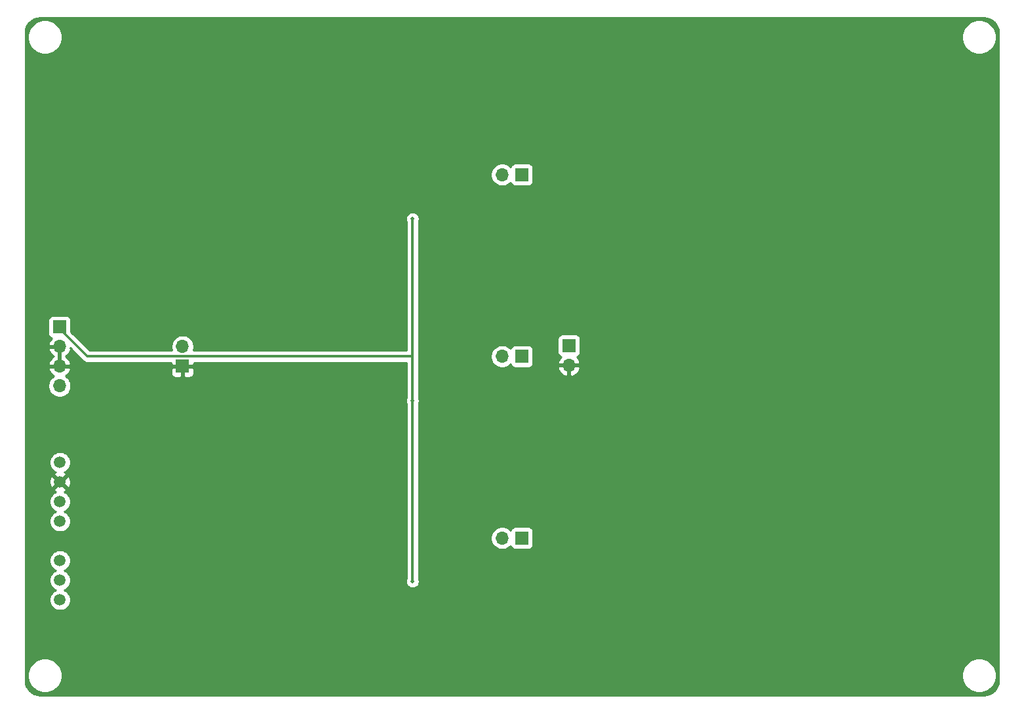
<source format=gbr>
%TF.GenerationSoftware,KiCad,Pcbnew,(5.1.7)-1*%
%TF.CreationDate,2021-04-26T16:00:27-05:00*%
%TF.ProjectId,PID Demo Board,50494420-4465-46d6-9f20-426f6172642e,1.0*%
%TF.SameCoordinates,Original*%
%TF.FileFunction,Copper,L2,Bot*%
%TF.FilePolarity,Positive*%
%FSLAX46Y46*%
G04 Gerber Fmt 4.6, Leading zero omitted, Abs format (unit mm)*
G04 Created by KiCad (PCBNEW (5.1.7)-1) date 2021-04-26 16:00:27*
%MOMM*%
%LPD*%
G01*
G04 APERTURE LIST*
%TA.AperFunction,ComponentPad*%
%ADD10R,1.700000X1.700000*%
%TD*%
%TA.AperFunction,ComponentPad*%
%ADD11O,1.700000X1.700000*%
%TD*%
%TA.AperFunction,ComponentPad*%
%ADD12C,1.509000*%
%TD*%
%TA.AperFunction,ViaPad*%
%ADD13C,0.508000*%
%TD*%
%TA.AperFunction,Conductor*%
%ADD14C,0.304800*%
%TD*%
%TA.AperFunction,Conductor*%
%ADD15C,0.254000*%
%TD*%
%TA.AperFunction,Conductor*%
%ADD16C,0.100000*%
%TD*%
G04 APERTURE END LIST*
D10*
%TO.P,J1,1*%
%TO.N,-5V*%
X81280000Y-116840000D03*
D11*
%TO.P,J1,2*%
%TO.N,GND*%
X81280000Y-119380000D03*
%TO.P,J1,3*%
X81280000Y-121920000D03*
%TO.P,J1,4*%
%TO.N,+5V*%
X81280000Y-124460000D03*
%TD*%
%TO.P,J2,2*%
%TO.N,Net-(J2-Pad2)*%
X97155000Y-119380000D03*
D10*
%TO.P,J2,1*%
%TO.N,GND*%
X97155000Y-121920000D03*
%TD*%
%TO.P,J3,1*%
%TO.N,Net-(J3-Pad1)*%
X140970000Y-144145000D03*
D11*
%TO.P,J3,2*%
%TO.N,Net-(C14-Pad1)*%
X138430000Y-144145000D03*
%TD*%
%TO.P,J4,2*%
%TO.N,Net-(C15-Pad1)*%
X138430000Y-120650000D03*
D10*
%TO.P,J4,1*%
%TO.N,Net-(J3-Pad1)*%
X140970000Y-120650000D03*
%TD*%
%TO.P,J5,1*%
%TO.N,Net-(J3-Pad1)*%
X140970000Y-97155000D03*
D11*
%TO.P,J5,2*%
%TO.N,Net-(J5-Pad2)*%
X138430000Y-97155000D03*
%TD*%
D10*
%TO.P,J6,1*%
%TO.N,Net-(J3-Pad1)*%
X147066000Y-119253000D03*
D11*
%TO.P,J6,2*%
%TO.N,GND*%
X147066000Y-121793000D03*
%TD*%
D12*
%TO.P,U4,8*%
%TO.N,-5V*%
X81330000Y-134340000D03*
%TO.P,U4,7*%
%TO.N,GND*%
X81330000Y-136880000D03*
%TO.P,U4,6*%
%TO.N,+5V*%
X81330000Y-139420000D03*
%TO.P,U4,5*%
%TO.N,N/C*%
X81330000Y-141960000D03*
%TO.P,U4,3*%
X81330000Y-147040000D03*
%TO.P,U4,2*%
%TO.N,Net-(CON1-Pad1)*%
X81330000Y-149580000D03*
%TO.P,U4,1*%
%TO.N,Net-(CON1-Pad2)*%
X81330000Y-152120000D03*
%TD*%
D13*
%TO.N,GND*%
X128397000Y-91694000D03*
X128397000Y-102870000D03*
X128397000Y-126365000D03*
X128397000Y-114935000D03*
X128397000Y-138684000D03*
X128397000Y-149733000D03*
X114300000Y-94996000D03*
X122555000Y-125349000D03*
X122555000Y-148844000D03*
X88392000Y-85725000D03*
%TO.N,-5V*%
X126873000Y-102870000D03*
X126873000Y-126365000D03*
X126873000Y-149733000D03*
%TD*%
D14*
%TO.N,-5V*%
X84836000Y-120650000D02*
X126746000Y-120650000D01*
X81280000Y-117094000D02*
X84836000Y-120650000D01*
X81280000Y-116840000D02*
X81280000Y-117094000D01*
X126746000Y-120650000D02*
X126873000Y-120650000D01*
X126873000Y-120650000D02*
X126873000Y-102870000D01*
X126873000Y-120650000D02*
X126873000Y-126365000D01*
X126873000Y-126365000D02*
X126873000Y-149733000D01*
%TD*%
D15*
%TO.N,GND*%
X201024545Y-76898909D02*
X201375208Y-77004780D01*
X201698625Y-77176744D01*
X201982484Y-77408254D01*
X202215965Y-77690486D01*
X202390183Y-78012695D01*
X202498502Y-78362614D01*
X202540001Y-78757452D01*
X202540000Y-162527721D01*
X202501091Y-162924545D01*
X202395220Y-163275206D01*
X202223257Y-163598623D01*
X201991748Y-163882482D01*
X201709514Y-164115965D01*
X201387304Y-164290184D01*
X201037385Y-164398502D01*
X200642557Y-164440000D01*
X78772279Y-164440000D01*
X78375455Y-164401091D01*
X78024794Y-164295220D01*
X77701377Y-164123257D01*
X77417518Y-163891748D01*
X77184035Y-163609514D01*
X77009816Y-163287304D01*
X76901498Y-162937385D01*
X76860000Y-162542557D01*
X76860000Y-161704872D01*
X77140000Y-161704872D01*
X77140000Y-162145128D01*
X77225890Y-162576925D01*
X77394369Y-162983669D01*
X77638962Y-163349729D01*
X77950271Y-163661038D01*
X78316331Y-163905631D01*
X78723075Y-164074110D01*
X79154872Y-164160000D01*
X79595128Y-164160000D01*
X80026925Y-164074110D01*
X80433669Y-163905631D01*
X80799729Y-163661038D01*
X81111038Y-163349729D01*
X81355631Y-162983669D01*
X81524110Y-162576925D01*
X81610000Y-162145128D01*
X81610000Y-161704872D01*
X197790000Y-161704872D01*
X197790000Y-162145128D01*
X197875890Y-162576925D01*
X198044369Y-162983669D01*
X198288962Y-163349729D01*
X198600271Y-163661038D01*
X198966331Y-163905631D01*
X199373075Y-164074110D01*
X199804872Y-164160000D01*
X200245128Y-164160000D01*
X200676925Y-164074110D01*
X201083669Y-163905631D01*
X201449729Y-163661038D01*
X201761038Y-163349729D01*
X202005631Y-162983669D01*
X202174110Y-162576925D01*
X202260000Y-162145128D01*
X202260000Y-161704872D01*
X202174110Y-161273075D01*
X202005631Y-160866331D01*
X201761038Y-160500271D01*
X201449729Y-160188962D01*
X201083669Y-159944369D01*
X200676925Y-159775890D01*
X200245128Y-159690000D01*
X199804872Y-159690000D01*
X199373075Y-159775890D01*
X198966331Y-159944369D01*
X198600271Y-160188962D01*
X198288962Y-160500271D01*
X198044369Y-160866331D01*
X197875890Y-161273075D01*
X197790000Y-161704872D01*
X81610000Y-161704872D01*
X81524110Y-161273075D01*
X81355631Y-160866331D01*
X81111038Y-160500271D01*
X80799729Y-160188962D01*
X80433669Y-159944369D01*
X80026925Y-159775890D01*
X79595128Y-159690000D01*
X79154872Y-159690000D01*
X78723075Y-159775890D01*
X78316331Y-159944369D01*
X77950271Y-160188962D01*
X77638962Y-160500271D01*
X77394369Y-160866331D01*
X77225890Y-161273075D01*
X77140000Y-161704872D01*
X76860000Y-161704872D01*
X76860000Y-146903146D01*
X79940500Y-146903146D01*
X79940500Y-147176854D01*
X79993898Y-147445302D01*
X80098641Y-147698175D01*
X80250705Y-147925754D01*
X80444246Y-148119295D01*
X80671825Y-148271359D01*
X80765113Y-148310000D01*
X80671825Y-148348641D01*
X80444246Y-148500705D01*
X80250705Y-148694246D01*
X80098641Y-148921825D01*
X79993898Y-149174698D01*
X79940500Y-149443146D01*
X79940500Y-149716854D01*
X79993898Y-149985302D01*
X80098641Y-150238175D01*
X80250705Y-150465754D01*
X80444246Y-150659295D01*
X80671825Y-150811359D01*
X80765113Y-150850000D01*
X80671825Y-150888641D01*
X80444246Y-151040705D01*
X80250705Y-151234246D01*
X80098641Y-151461825D01*
X79993898Y-151714698D01*
X79940500Y-151983146D01*
X79940500Y-152256854D01*
X79993898Y-152525302D01*
X80098641Y-152778175D01*
X80250705Y-153005754D01*
X80444246Y-153199295D01*
X80671825Y-153351359D01*
X80924698Y-153456102D01*
X81193146Y-153509500D01*
X81466854Y-153509500D01*
X81735302Y-153456102D01*
X81988175Y-153351359D01*
X82215754Y-153199295D01*
X82409295Y-153005754D01*
X82561359Y-152778175D01*
X82666102Y-152525302D01*
X82719500Y-152256854D01*
X82719500Y-151983146D01*
X82666102Y-151714698D01*
X82561359Y-151461825D01*
X82409295Y-151234246D01*
X82215754Y-151040705D01*
X81988175Y-150888641D01*
X81894887Y-150850000D01*
X81988175Y-150811359D01*
X82215754Y-150659295D01*
X82409295Y-150465754D01*
X82561359Y-150238175D01*
X82666102Y-149985302D01*
X82719500Y-149716854D01*
X82719500Y-149443146D01*
X82666102Y-149174698D01*
X82561359Y-148921825D01*
X82409295Y-148694246D01*
X82215754Y-148500705D01*
X81988175Y-148348641D01*
X81894887Y-148310000D01*
X81988175Y-148271359D01*
X82215754Y-148119295D01*
X82409295Y-147925754D01*
X82561359Y-147698175D01*
X82666102Y-147445302D01*
X82719500Y-147176854D01*
X82719500Y-146903146D01*
X82666102Y-146634698D01*
X82561359Y-146381825D01*
X82409295Y-146154246D01*
X82215754Y-145960705D01*
X81988175Y-145808641D01*
X81735302Y-145703898D01*
X81466854Y-145650500D01*
X81193146Y-145650500D01*
X80924698Y-145703898D01*
X80671825Y-145808641D01*
X80444246Y-145960705D01*
X80250705Y-146154246D01*
X80098641Y-146381825D01*
X79993898Y-146634698D01*
X79940500Y-146903146D01*
X76860000Y-146903146D01*
X76860000Y-139283146D01*
X79940500Y-139283146D01*
X79940500Y-139556854D01*
X79993898Y-139825302D01*
X80098641Y-140078175D01*
X80250705Y-140305754D01*
X80444246Y-140499295D01*
X80671825Y-140651359D01*
X80765113Y-140690000D01*
X80671825Y-140728641D01*
X80444246Y-140880705D01*
X80250705Y-141074246D01*
X80098641Y-141301825D01*
X79993898Y-141554698D01*
X79940500Y-141823146D01*
X79940500Y-142096854D01*
X79993898Y-142365302D01*
X80098641Y-142618175D01*
X80250705Y-142845754D01*
X80444246Y-143039295D01*
X80671825Y-143191359D01*
X80924698Y-143296102D01*
X81193146Y-143349500D01*
X81466854Y-143349500D01*
X81735302Y-143296102D01*
X81988175Y-143191359D01*
X82215754Y-143039295D01*
X82409295Y-142845754D01*
X82561359Y-142618175D01*
X82666102Y-142365302D01*
X82719500Y-142096854D01*
X82719500Y-141823146D01*
X82666102Y-141554698D01*
X82561359Y-141301825D01*
X82409295Y-141074246D01*
X82215754Y-140880705D01*
X81988175Y-140728641D01*
X81894887Y-140690000D01*
X81988175Y-140651359D01*
X82215754Y-140499295D01*
X82409295Y-140305754D01*
X82561359Y-140078175D01*
X82666102Y-139825302D01*
X82719500Y-139556854D01*
X82719500Y-139283146D01*
X82666102Y-139014698D01*
X82561359Y-138761825D01*
X82409295Y-138534246D01*
X82215754Y-138340705D01*
X81988175Y-138188641D01*
X81899215Y-138151793D01*
X81930404Y-138140537D01*
X82044532Y-138079534D01*
X82110603Y-137840208D01*
X81330000Y-137059605D01*
X80549397Y-137840208D01*
X80615468Y-138079534D01*
X80765326Y-138149912D01*
X80671825Y-138188641D01*
X80444246Y-138340705D01*
X80250705Y-138534246D01*
X80098641Y-138761825D01*
X79993898Y-139014698D01*
X79940500Y-139283146D01*
X76860000Y-139283146D01*
X76860000Y-136952314D01*
X79935651Y-136952314D01*
X79976551Y-137222948D01*
X80069463Y-137480404D01*
X80130466Y-137594532D01*
X80369792Y-137660603D01*
X81150395Y-136880000D01*
X81509605Y-136880000D01*
X82290208Y-137660603D01*
X82529534Y-137594532D01*
X82645883Y-137346785D01*
X82711664Y-137081100D01*
X82724349Y-136807686D01*
X82683449Y-136537052D01*
X82590537Y-136279596D01*
X82529534Y-136165468D01*
X82290208Y-136099397D01*
X81509605Y-136880000D01*
X81150395Y-136880000D01*
X80369792Y-136099397D01*
X80130466Y-136165468D01*
X80014117Y-136413215D01*
X79948336Y-136678900D01*
X79935651Y-136952314D01*
X76860000Y-136952314D01*
X76860000Y-134203146D01*
X79940500Y-134203146D01*
X79940500Y-134476854D01*
X79993898Y-134745302D01*
X80098641Y-134998175D01*
X80250705Y-135225754D01*
X80444246Y-135419295D01*
X80671825Y-135571359D01*
X80760785Y-135608207D01*
X80729596Y-135619463D01*
X80615468Y-135680466D01*
X80549397Y-135919792D01*
X81330000Y-136700395D01*
X82110603Y-135919792D01*
X82044532Y-135680466D01*
X81894674Y-135610088D01*
X81988175Y-135571359D01*
X82215754Y-135419295D01*
X82409295Y-135225754D01*
X82561359Y-134998175D01*
X82666102Y-134745302D01*
X82719500Y-134476854D01*
X82719500Y-134203146D01*
X82666102Y-133934698D01*
X82561359Y-133681825D01*
X82409295Y-133454246D01*
X82215754Y-133260705D01*
X81988175Y-133108641D01*
X81735302Y-133003898D01*
X81466854Y-132950500D01*
X81193146Y-132950500D01*
X80924698Y-133003898D01*
X80671825Y-133108641D01*
X80444246Y-133260705D01*
X80250705Y-133454246D01*
X80098641Y-133681825D01*
X79993898Y-133934698D01*
X79940500Y-134203146D01*
X76860000Y-134203146D01*
X76860000Y-124313740D01*
X79795000Y-124313740D01*
X79795000Y-124606260D01*
X79852068Y-124893158D01*
X79964010Y-125163411D01*
X80126525Y-125406632D01*
X80333368Y-125613475D01*
X80576589Y-125775990D01*
X80846842Y-125887932D01*
X81133740Y-125945000D01*
X81426260Y-125945000D01*
X81713158Y-125887932D01*
X81983411Y-125775990D01*
X82226632Y-125613475D01*
X82433475Y-125406632D01*
X82595990Y-125163411D01*
X82707932Y-124893158D01*
X82765000Y-124606260D01*
X82765000Y-124313740D01*
X82707932Y-124026842D01*
X82595990Y-123756589D01*
X82433475Y-123513368D01*
X82226632Y-123306525D01*
X82044466Y-123184805D01*
X82161355Y-123115178D01*
X82377588Y-122920269D01*
X82489672Y-122770000D01*
X95666928Y-122770000D01*
X95679188Y-122894482D01*
X95715498Y-123014180D01*
X95774463Y-123124494D01*
X95853815Y-123221185D01*
X95950506Y-123300537D01*
X96060820Y-123359502D01*
X96180518Y-123395812D01*
X96305000Y-123408072D01*
X96869250Y-123405000D01*
X97028000Y-123246250D01*
X97028000Y-122047000D01*
X97282000Y-122047000D01*
X97282000Y-123246250D01*
X97440750Y-123405000D01*
X98005000Y-123408072D01*
X98129482Y-123395812D01*
X98249180Y-123359502D01*
X98359494Y-123300537D01*
X98456185Y-123221185D01*
X98535537Y-123124494D01*
X98594502Y-123014180D01*
X98630812Y-122894482D01*
X98643072Y-122770000D01*
X98640000Y-122205750D01*
X98481250Y-122047000D01*
X97282000Y-122047000D01*
X97028000Y-122047000D01*
X95828750Y-122047000D01*
X95670000Y-122205750D01*
X95666928Y-122770000D01*
X82489672Y-122770000D01*
X82551641Y-122686920D01*
X82676825Y-122424099D01*
X82721476Y-122276890D01*
X82600155Y-122047000D01*
X81407000Y-122047000D01*
X81407000Y-122067000D01*
X81153000Y-122067000D01*
X81153000Y-122047000D01*
X79959845Y-122047000D01*
X79838524Y-122276890D01*
X79883175Y-122424099D01*
X80008359Y-122686920D01*
X80182412Y-122920269D01*
X80398645Y-123115178D01*
X80515534Y-123184805D01*
X80333368Y-123306525D01*
X80126525Y-123513368D01*
X79964010Y-123756589D01*
X79852068Y-124026842D01*
X79795000Y-124313740D01*
X76860000Y-124313740D01*
X76860000Y-119736890D01*
X79838524Y-119736890D01*
X79883175Y-119884099D01*
X80008359Y-120146920D01*
X80182412Y-120380269D01*
X80398645Y-120575178D01*
X80524255Y-120650000D01*
X80398645Y-120724822D01*
X80182412Y-120919731D01*
X80008359Y-121153080D01*
X79883175Y-121415901D01*
X79838524Y-121563110D01*
X79959845Y-121793000D01*
X81153000Y-121793000D01*
X81153000Y-119507000D01*
X79959845Y-119507000D01*
X79838524Y-119736890D01*
X76860000Y-119736890D01*
X76860000Y-115990000D01*
X79791928Y-115990000D01*
X79791928Y-117690000D01*
X79804188Y-117814482D01*
X79840498Y-117934180D01*
X79899463Y-118044494D01*
X79978815Y-118141185D01*
X80075506Y-118220537D01*
X80185820Y-118279502D01*
X80266466Y-118303966D01*
X80182412Y-118379731D01*
X80008359Y-118613080D01*
X79883175Y-118875901D01*
X79838524Y-119023110D01*
X79959845Y-119253000D01*
X81153000Y-119253000D01*
X81153000Y-119233000D01*
X81407000Y-119233000D01*
X81407000Y-119253000D01*
X81427000Y-119253000D01*
X81427000Y-119507000D01*
X81407000Y-119507000D01*
X81407000Y-121793000D01*
X82600155Y-121793000D01*
X82721476Y-121563110D01*
X82676825Y-121415901D01*
X82551641Y-121153080D01*
X82377588Y-120919731D01*
X82161355Y-120724822D01*
X82035745Y-120650000D01*
X82161355Y-120575178D01*
X82377588Y-120380269D01*
X82551641Y-120146920D01*
X82676825Y-119884099D01*
X82721476Y-119736890D01*
X82623293Y-119550844D01*
X84251881Y-121179433D01*
X84276531Y-121209469D01*
X84306567Y-121234119D01*
X84306569Y-121234121D01*
X84370055Y-121286222D01*
X84396428Y-121307866D01*
X84533217Y-121380982D01*
X84681643Y-121426006D01*
X84797327Y-121437400D01*
X84797336Y-121437400D01*
X84835999Y-121441208D01*
X84874662Y-121437400D01*
X95668928Y-121437400D01*
X95670000Y-121634250D01*
X95828750Y-121793000D01*
X97028000Y-121793000D01*
X97028000Y-121773000D01*
X97282000Y-121773000D01*
X97282000Y-121793000D01*
X98481250Y-121793000D01*
X98640000Y-121634250D01*
X98641072Y-121437400D01*
X126085600Y-121437400D01*
X126085601Y-125943270D01*
X126085179Y-125943901D01*
X126018164Y-126105688D01*
X125984000Y-126277441D01*
X125984000Y-126452559D01*
X126018164Y-126624312D01*
X126085179Y-126786099D01*
X126085600Y-126786729D01*
X126085601Y-149311269D01*
X126085179Y-149311901D01*
X126018164Y-149473688D01*
X125984000Y-149645441D01*
X125984000Y-149820559D01*
X126018164Y-149992312D01*
X126085179Y-150154099D01*
X126182469Y-150299704D01*
X126306296Y-150423531D01*
X126451901Y-150520821D01*
X126613688Y-150587836D01*
X126785441Y-150622000D01*
X126960559Y-150622000D01*
X127132312Y-150587836D01*
X127294099Y-150520821D01*
X127439704Y-150423531D01*
X127563531Y-150299704D01*
X127660821Y-150154099D01*
X127727836Y-149992312D01*
X127762000Y-149820559D01*
X127762000Y-149645441D01*
X127727836Y-149473688D01*
X127660821Y-149311901D01*
X127660400Y-149311271D01*
X127660400Y-143998740D01*
X136945000Y-143998740D01*
X136945000Y-144291260D01*
X137002068Y-144578158D01*
X137114010Y-144848411D01*
X137276525Y-145091632D01*
X137483368Y-145298475D01*
X137726589Y-145460990D01*
X137996842Y-145572932D01*
X138283740Y-145630000D01*
X138576260Y-145630000D01*
X138863158Y-145572932D01*
X139133411Y-145460990D01*
X139376632Y-145298475D01*
X139508487Y-145166620D01*
X139530498Y-145239180D01*
X139589463Y-145349494D01*
X139668815Y-145446185D01*
X139765506Y-145525537D01*
X139875820Y-145584502D01*
X139995518Y-145620812D01*
X140120000Y-145633072D01*
X141820000Y-145633072D01*
X141944482Y-145620812D01*
X142064180Y-145584502D01*
X142174494Y-145525537D01*
X142271185Y-145446185D01*
X142350537Y-145349494D01*
X142409502Y-145239180D01*
X142445812Y-145119482D01*
X142458072Y-144995000D01*
X142458072Y-143295000D01*
X142445812Y-143170518D01*
X142409502Y-143050820D01*
X142350537Y-142940506D01*
X142271185Y-142843815D01*
X142174494Y-142764463D01*
X142064180Y-142705498D01*
X141944482Y-142669188D01*
X141820000Y-142656928D01*
X140120000Y-142656928D01*
X139995518Y-142669188D01*
X139875820Y-142705498D01*
X139765506Y-142764463D01*
X139668815Y-142843815D01*
X139589463Y-142940506D01*
X139530498Y-143050820D01*
X139508487Y-143123380D01*
X139376632Y-142991525D01*
X139133411Y-142829010D01*
X138863158Y-142717068D01*
X138576260Y-142660000D01*
X138283740Y-142660000D01*
X137996842Y-142717068D01*
X137726589Y-142829010D01*
X137483368Y-142991525D01*
X137276525Y-143198368D01*
X137114010Y-143441589D01*
X137002068Y-143711842D01*
X136945000Y-143998740D01*
X127660400Y-143998740D01*
X127660400Y-126786729D01*
X127660821Y-126786099D01*
X127727836Y-126624312D01*
X127762000Y-126452559D01*
X127762000Y-126277441D01*
X127727836Y-126105688D01*
X127660821Y-125943901D01*
X127660400Y-125943271D01*
X127660400Y-122149890D01*
X145624524Y-122149890D01*
X145669175Y-122297099D01*
X145794359Y-122559920D01*
X145968412Y-122793269D01*
X146184645Y-122988178D01*
X146434748Y-123137157D01*
X146709109Y-123234481D01*
X146939000Y-123113814D01*
X146939000Y-121920000D01*
X147193000Y-121920000D01*
X147193000Y-123113814D01*
X147422891Y-123234481D01*
X147697252Y-123137157D01*
X147947355Y-122988178D01*
X148163588Y-122793269D01*
X148337641Y-122559920D01*
X148462825Y-122297099D01*
X148507476Y-122149890D01*
X148386155Y-121920000D01*
X147193000Y-121920000D01*
X146939000Y-121920000D01*
X145745845Y-121920000D01*
X145624524Y-122149890D01*
X127660400Y-122149890D01*
X127660400Y-120688672D01*
X127664209Y-120650000D01*
X127660400Y-120611327D01*
X127660400Y-120503740D01*
X136945000Y-120503740D01*
X136945000Y-120796260D01*
X137002068Y-121083158D01*
X137114010Y-121353411D01*
X137276525Y-121596632D01*
X137483368Y-121803475D01*
X137726589Y-121965990D01*
X137996842Y-122077932D01*
X138283740Y-122135000D01*
X138576260Y-122135000D01*
X138863158Y-122077932D01*
X139133411Y-121965990D01*
X139376632Y-121803475D01*
X139508487Y-121671620D01*
X139530498Y-121744180D01*
X139589463Y-121854494D01*
X139668815Y-121951185D01*
X139765506Y-122030537D01*
X139875820Y-122089502D01*
X139995518Y-122125812D01*
X140120000Y-122138072D01*
X141820000Y-122138072D01*
X141944482Y-122125812D01*
X142064180Y-122089502D01*
X142174494Y-122030537D01*
X142271185Y-121951185D01*
X142350537Y-121854494D01*
X142409502Y-121744180D01*
X142445812Y-121624482D01*
X142458072Y-121500000D01*
X142458072Y-119800000D01*
X142445812Y-119675518D01*
X142409502Y-119555820D01*
X142350537Y-119445506D01*
X142271185Y-119348815D01*
X142174494Y-119269463D01*
X142064180Y-119210498D01*
X141944482Y-119174188D01*
X141820000Y-119161928D01*
X140120000Y-119161928D01*
X139995518Y-119174188D01*
X139875820Y-119210498D01*
X139765506Y-119269463D01*
X139668815Y-119348815D01*
X139589463Y-119445506D01*
X139530498Y-119555820D01*
X139508487Y-119628380D01*
X139376632Y-119496525D01*
X139133411Y-119334010D01*
X138863158Y-119222068D01*
X138576260Y-119165000D01*
X138283740Y-119165000D01*
X137996842Y-119222068D01*
X137726589Y-119334010D01*
X137483368Y-119496525D01*
X137276525Y-119703368D01*
X137114010Y-119946589D01*
X137002068Y-120216842D01*
X136945000Y-120503740D01*
X127660400Y-120503740D01*
X127660400Y-118403000D01*
X145577928Y-118403000D01*
X145577928Y-120103000D01*
X145590188Y-120227482D01*
X145626498Y-120347180D01*
X145685463Y-120457494D01*
X145764815Y-120554185D01*
X145861506Y-120633537D01*
X145971820Y-120692502D01*
X146052466Y-120716966D01*
X145968412Y-120792731D01*
X145794359Y-121026080D01*
X145669175Y-121288901D01*
X145624524Y-121436110D01*
X145745845Y-121666000D01*
X146939000Y-121666000D01*
X146939000Y-121646000D01*
X147193000Y-121646000D01*
X147193000Y-121666000D01*
X148386155Y-121666000D01*
X148507476Y-121436110D01*
X148462825Y-121288901D01*
X148337641Y-121026080D01*
X148163588Y-120792731D01*
X148079534Y-120716966D01*
X148160180Y-120692502D01*
X148270494Y-120633537D01*
X148367185Y-120554185D01*
X148446537Y-120457494D01*
X148505502Y-120347180D01*
X148541812Y-120227482D01*
X148554072Y-120103000D01*
X148554072Y-118403000D01*
X148541812Y-118278518D01*
X148505502Y-118158820D01*
X148446537Y-118048506D01*
X148367185Y-117951815D01*
X148270494Y-117872463D01*
X148160180Y-117813498D01*
X148040482Y-117777188D01*
X147916000Y-117764928D01*
X146216000Y-117764928D01*
X146091518Y-117777188D01*
X145971820Y-117813498D01*
X145861506Y-117872463D01*
X145764815Y-117951815D01*
X145685463Y-118048506D01*
X145626498Y-118158820D01*
X145590188Y-118278518D01*
X145577928Y-118403000D01*
X127660400Y-118403000D01*
X127660400Y-103291729D01*
X127660821Y-103291099D01*
X127727836Y-103129312D01*
X127762000Y-102957559D01*
X127762000Y-102782441D01*
X127727836Y-102610688D01*
X127660821Y-102448901D01*
X127563531Y-102303296D01*
X127439704Y-102179469D01*
X127294099Y-102082179D01*
X127132312Y-102015164D01*
X126960559Y-101981000D01*
X126785441Y-101981000D01*
X126613688Y-102015164D01*
X126451901Y-102082179D01*
X126306296Y-102179469D01*
X126182469Y-102303296D01*
X126085179Y-102448901D01*
X126018164Y-102610688D01*
X125984000Y-102782441D01*
X125984000Y-102957559D01*
X126018164Y-103129312D01*
X126085179Y-103291099D01*
X126085601Y-103291731D01*
X126085600Y-119862600D01*
X98562453Y-119862600D01*
X98582932Y-119813158D01*
X98640000Y-119526260D01*
X98640000Y-119233740D01*
X98582932Y-118946842D01*
X98470990Y-118676589D01*
X98308475Y-118433368D01*
X98101632Y-118226525D01*
X97858411Y-118064010D01*
X97588158Y-117952068D01*
X97301260Y-117895000D01*
X97008740Y-117895000D01*
X96721842Y-117952068D01*
X96451589Y-118064010D01*
X96208368Y-118226525D01*
X96001525Y-118433368D01*
X95839010Y-118676589D01*
X95727068Y-118946842D01*
X95670000Y-119233740D01*
X95670000Y-119526260D01*
X95727068Y-119813158D01*
X95747547Y-119862600D01*
X85162152Y-119862600D01*
X82768072Y-117468521D01*
X82768072Y-115990000D01*
X82755812Y-115865518D01*
X82719502Y-115745820D01*
X82660537Y-115635506D01*
X82581185Y-115538815D01*
X82484494Y-115459463D01*
X82374180Y-115400498D01*
X82254482Y-115364188D01*
X82130000Y-115351928D01*
X80430000Y-115351928D01*
X80305518Y-115364188D01*
X80185820Y-115400498D01*
X80075506Y-115459463D01*
X79978815Y-115538815D01*
X79899463Y-115635506D01*
X79840498Y-115745820D01*
X79804188Y-115865518D01*
X79791928Y-115990000D01*
X76860000Y-115990000D01*
X76860000Y-97008740D01*
X136945000Y-97008740D01*
X136945000Y-97301260D01*
X137002068Y-97588158D01*
X137114010Y-97858411D01*
X137276525Y-98101632D01*
X137483368Y-98308475D01*
X137726589Y-98470990D01*
X137996842Y-98582932D01*
X138283740Y-98640000D01*
X138576260Y-98640000D01*
X138863158Y-98582932D01*
X139133411Y-98470990D01*
X139376632Y-98308475D01*
X139508487Y-98176620D01*
X139530498Y-98249180D01*
X139589463Y-98359494D01*
X139668815Y-98456185D01*
X139765506Y-98535537D01*
X139875820Y-98594502D01*
X139995518Y-98630812D01*
X140120000Y-98643072D01*
X141820000Y-98643072D01*
X141944482Y-98630812D01*
X142064180Y-98594502D01*
X142174494Y-98535537D01*
X142271185Y-98456185D01*
X142350537Y-98359494D01*
X142409502Y-98249180D01*
X142445812Y-98129482D01*
X142458072Y-98005000D01*
X142458072Y-96305000D01*
X142445812Y-96180518D01*
X142409502Y-96060820D01*
X142350537Y-95950506D01*
X142271185Y-95853815D01*
X142174494Y-95774463D01*
X142064180Y-95715498D01*
X141944482Y-95679188D01*
X141820000Y-95666928D01*
X140120000Y-95666928D01*
X139995518Y-95679188D01*
X139875820Y-95715498D01*
X139765506Y-95774463D01*
X139668815Y-95853815D01*
X139589463Y-95950506D01*
X139530498Y-96060820D01*
X139508487Y-96133380D01*
X139376632Y-96001525D01*
X139133411Y-95839010D01*
X138863158Y-95727068D01*
X138576260Y-95670000D01*
X138283740Y-95670000D01*
X137996842Y-95727068D01*
X137726589Y-95839010D01*
X137483368Y-96001525D01*
X137276525Y-96208368D01*
X137114010Y-96451589D01*
X137002068Y-96721842D01*
X136945000Y-97008740D01*
X76860000Y-97008740D01*
X76860000Y-79154872D01*
X77140000Y-79154872D01*
X77140000Y-79595128D01*
X77225890Y-80026925D01*
X77394369Y-80433669D01*
X77638962Y-80799729D01*
X77950271Y-81111038D01*
X78316331Y-81355631D01*
X78723075Y-81524110D01*
X79154872Y-81610000D01*
X79595128Y-81610000D01*
X80026925Y-81524110D01*
X80433669Y-81355631D01*
X80799729Y-81111038D01*
X81111038Y-80799729D01*
X81355631Y-80433669D01*
X81524110Y-80026925D01*
X81610000Y-79595128D01*
X81610000Y-79154872D01*
X197790000Y-79154872D01*
X197790000Y-79595128D01*
X197875890Y-80026925D01*
X198044369Y-80433669D01*
X198288962Y-80799729D01*
X198600271Y-81111038D01*
X198966331Y-81355631D01*
X199373075Y-81524110D01*
X199804872Y-81610000D01*
X200245128Y-81610000D01*
X200676925Y-81524110D01*
X201083669Y-81355631D01*
X201449729Y-81111038D01*
X201761038Y-80799729D01*
X202005631Y-80433669D01*
X202174110Y-80026925D01*
X202260000Y-79595128D01*
X202260000Y-79154872D01*
X202174110Y-78723075D01*
X202005631Y-78316331D01*
X201761038Y-77950271D01*
X201449729Y-77638962D01*
X201083669Y-77394369D01*
X200676925Y-77225890D01*
X200245128Y-77140000D01*
X199804872Y-77140000D01*
X199373075Y-77225890D01*
X198966331Y-77394369D01*
X198600271Y-77638962D01*
X198288962Y-77950271D01*
X198044369Y-78316331D01*
X197875890Y-78723075D01*
X197790000Y-79154872D01*
X81610000Y-79154872D01*
X81524110Y-78723075D01*
X81355631Y-78316331D01*
X81111038Y-77950271D01*
X80799729Y-77638962D01*
X80433669Y-77394369D01*
X80026925Y-77225890D01*
X79595128Y-77140000D01*
X79154872Y-77140000D01*
X78723075Y-77225890D01*
X78316331Y-77394369D01*
X77950271Y-77638962D01*
X77638962Y-77950271D01*
X77394369Y-78316331D01*
X77225890Y-78723075D01*
X77140000Y-79154872D01*
X76860000Y-79154872D01*
X76860000Y-78772279D01*
X76898909Y-78375455D01*
X77004780Y-78024792D01*
X77176744Y-77701375D01*
X77408254Y-77417516D01*
X77690486Y-77184035D01*
X78012695Y-77009817D01*
X78362614Y-76901498D01*
X78757443Y-76860000D01*
X200627721Y-76860000D01*
X201024545Y-76898909D01*
%TA.AperFunction,Conductor*%
D16*
G36*
X201024545Y-76898909D02*
G01*
X201375208Y-77004780D01*
X201698625Y-77176744D01*
X201982484Y-77408254D01*
X202215965Y-77690486D01*
X202390183Y-78012695D01*
X202498502Y-78362614D01*
X202540001Y-78757452D01*
X202540000Y-162527721D01*
X202501091Y-162924545D01*
X202395220Y-163275206D01*
X202223257Y-163598623D01*
X201991748Y-163882482D01*
X201709514Y-164115965D01*
X201387304Y-164290184D01*
X201037385Y-164398502D01*
X200642557Y-164440000D01*
X78772279Y-164440000D01*
X78375455Y-164401091D01*
X78024794Y-164295220D01*
X77701377Y-164123257D01*
X77417518Y-163891748D01*
X77184035Y-163609514D01*
X77009816Y-163287304D01*
X76901498Y-162937385D01*
X76860000Y-162542557D01*
X76860000Y-161704872D01*
X77140000Y-161704872D01*
X77140000Y-162145128D01*
X77225890Y-162576925D01*
X77394369Y-162983669D01*
X77638962Y-163349729D01*
X77950271Y-163661038D01*
X78316331Y-163905631D01*
X78723075Y-164074110D01*
X79154872Y-164160000D01*
X79595128Y-164160000D01*
X80026925Y-164074110D01*
X80433669Y-163905631D01*
X80799729Y-163661038D01*
X81111038Y-163349729D01*
X81355631Y-162983669D01*
X81524110Y-162576925D01*
X81610000Y-162145128D01*
X81610000Y-161704872D01*
X197790000Y-161704872D01*
X197790000Y-162145128D01*
X197875890Y-162576925D01*
X198044369Y-162983669D01*
X198288962Y-163349729D01*
X198600271Y-163661038D01*
X198966331Y-163905631D01*
X199373075Y-164074110D01*
X199804872Y-164160000D01*
X200245128Y-164160000D01*
X200676925Y-164074110D01*
X201083669Y-163905631D01*
X201449729Y-163661038D01*
X201761038Y-163349729D01*
X202005631Y-162983669D01*
X202174110Y-162576925D01*
X202260000Y-162145128D01*
X202260000Y-161704872D01*
X202174110Y-161273075D01*
X202005631Y-160866331D01*
X201761038Y-160500271D01*
X201449729Y-160188962D01*
X201083669Y-159944369D01*
X200676925Y-159775890D01*
X200245128Y-159690000D01*
X199804872Y-159690000D01*
X199373075Y-159775890D01*
X198966331Y-159944369D01*
X198600271Y-160188962D01*
X198288962Y-160500271D01*
X198044369Y-160866331D01*
X197875890Y-161273075D01*
X197790000Y-161704872D01*
X81610000Y-161704872D01*
X81524110Y-161273075D01*
X81355631Y-160866331D01*
X81111038Y-160500271D01*
X80799729Y-160188962D01*
X80433669Y-159944369D01*
X80026925Y-159775890D01*
X79595128Y-159690000D01*
X79154872Y-159690000D01*
X78723075Y-159775890D01*
X78316331Y-159944369D01*
X77950271Y-160188962D01*
X77638962Y-160500271D01*
X77394369Y-160866331D01*
X77225890Y-161273075D01*
X77140000Y-161704872D01*
X76860000Y-161704872D01*
X76860000Y-146903146D01*
X79940500Y-146903146D01*
X79940500Y-147176854D01*
X79993898Y-147445302D01*
X80098641Y-147698175D01*
X80250705Y-147925754D01*
X80444246Y-148119295D01*
X80671825Y-148271359D01*
X80765113Y-148310000D01*
X80671825Y-148348641D01*
X80444246Y-148500705D01*
X80250705Y-148694246D01*
X80098641Y-148921825D01*
X79993898Y-149174698D01*
X79940500Y-149443146D01*
X79940500Y-149716854D01*
X79993898Y-149985302D01*
X80098641Y-150238175D01*
X80250705Y-150465754D01*
X80444246Y-150659295D01*
X80671825Y-150811359D01*
X80765113Y-150850000D01*
X80671825Y-150888641D01*
X80444246Y-151040705D01*
X80250705Y-151234246D01*
X80098641Y-151461825D01*
X79993898Y-151714698D01*
X79940500Y-151983146D01*
X79940500Y-152256854D01*
X79993898Y-152525302D01*
X80098641Y-152778175D01*
X80250705Y-153005754D01*
X80444246Y-153199295D01*
X80671825Y-153351359D01*
X80924698Y-153456102D01*
X81193146Y-153509500D01*
X81466854Y-153509500D01*
X81735302Y-153456102D01*
X81988175Y-153351359D01*
X82215754Y-153199295D01*
X82409295Y-153005754D01*
X82561359Y-152778175D01*
X82666102Y-152525302D01*
X82719500Y-152256854D01*
X82719500Y-151983146D01*
X82666102Y-151714698D01*
X82561359Y-151461825D01*
X82409295Y-151234246D01*
X82215754Y-151040705D01*
X81988175Y-150888641D01*
X81894887Y-150850000D01*
X81988175Y-150811359D01*
X82215754Y-150659295D01*
X82409295Y-150465754D01*
X82561359Y-150238175D01*
X82666102Y-149985302D01*
X82719500Y-149716854D01*
X82719500Y-149443146D01*
X82666102Y-149174698D01*
X82561359Y-148921825D01*
X82409295Y-148694246D01*
X82215754Y-148500705D01*
X81988175Y-148348641D01*
X81894887Y-148310000D01*
X81988175Y-148271359D01*
X82215754Y-148119295D01*
X82409295Y-147925754D01*
X82561359Y-147698175D01*
X82666102Y-147445302D01*
X82719500Y-147176854D01*
X82719500Y-146903146D01*
X82666102Y-146634698D01*
X82561359Y-146381825D01*
X82409295Y-146154246D01*
X82215754Y-145960705D01*
X81988175Y-145808641D01*
X81735302Y-145703898D01*
X81466854Y-145650500D01*
X81193146Y-145650500D01*
X80924698Y-145703898D01*
X80671825Y-145808641D01*
X80444246Y-145960705D01*
X80250705Y-146154246D01*
X80098641Y-146381825D01*
X79993898Y-146634698D01*
X79940500Y-146903146D01*
X76860000Y-146903146D01*
X76860000Y-139283146D01*
X79940500Y-139283146D01*
X79940500Y-139556854D01*
X79993898Y-139825302D01*
X80098641Y-140078175D01*
X80250705Y-140305754D01*
X80444246Y-140499295D01*
X80671825Y-140651359D01*
X80765113Y-140690000D01*
X80671825Y-140728641D01*
X80444246Y-140880705D01*
X80250705Y-141074246D01*
X80098641Y-141301825D01*
X79993898Y-141554698D01*
X79940500Y-141823146D01*
X79940500Y-142096854D01*
X79993898Y-142365302D01*
X80098641Y-142618175D01*
X80250705Y-142845754D01*
X80444246Y-143039295D01*
X80671825Y-143191359D01*
X80924698Y-143296102D01*
X81193146Y-143349500D01*
X81466854Y-143349500D01*
X81735302Y-143296102D01*
X81988175Y-143191359D01*
X82215754Y-143039295D01*
X82409295Y-142845754D01*
X82561359Y-142618175D01*
X82666102Y-142365302D01*
X82719500Y-142096854D01*
X82719500Y-141823146D01*
X82666102Y-141554698D01*
X82561359Y-141301825D01*
X82409295Y-141074246D01*
X82215754Y-140880705D01*
X81988175Y-140728641D01*
X81894887Y-140690000D01*
X81988175Y-140651359D01*
X82215754Y-140499295D01*
X82409295Y-140305754D01*
X82561359Y-140078175D01*
X82666102Y-139825302D01*
X82719500Y-139556854D01*
X82719500Y-139283146D01*
X82666102Y-139014698D01*
X82561359Y-138761825D01*
X82409295Y-138534246D01*
X82215754Y-138340705D01*
X81988175Y-138188641D01*
X81899215Y-138151793D01*
X81930404Y-138140537D01*
X82044532Y-138079534D01*
X82110603Y-137840208D01*
X81330000Y-137059605D01*
X80549397Y-137840208D01*
X80615468Y-138079534D01*
X80765326Y-138149912D01*
X80671825Y-138188641D01*
X80444246Y-138340705D01*
X80250705Y-138534246D01*
X80098641Y-138761825D01*
X79993898Y-139014698D01*
X79940500Y-139283146D01*
X76860000Y-139283146D01*
X76860000Y-136952314D01*
X79935651Y-136952314D01*
X79976551Y-137222948D01*
X80069463Y-137480404D01*
X80130466Y-137594532D01*
X80369792Y-137660603D01*
X81150395Y-136880000D01*
X81509605Y-136880000D01*
X82290208Y-137660603D01*
X82529534Y-137594532D01*
X82645883Y-137346785D01*
X82711664Y-137081100D01*
X82724349Y-136807686D01*
X82683449Y-136537052D01*
X82590537Y-136279596D01*
X82529534Y-136165468D01*
X82290208Y-136099397D01*
X81509605Y-136880000D01*
X81150395Y-136880000D01*
X80369792Y-136099397D01*
X80130466Y-136165468D01*
X80014117Y-136413215D01*
X79948336Y-136678900D01*
X79935651Y-136952314D01*
X76860000Y-136952314D01*
X76860000Y-134203146D01*
X79940500Y-134203146D01*
X79940500Y-134476854D01*
X79993898Y-134745302D01*
X80098641Y-134998175D01*
X80250705Y-135225754D01*
X80444246Y-135419295D01*
X80671825Y-135571359D01*
X80760785Y-135608207D01*
X80729596Y-135619463D01*
X80615468Y-135680466D01*
X80549397Y-135919792D01*
X81330000Y-136700395D01*
X82110603Y-135919792D01*
X82044532Y-135680466D01*
X81894674Y-135610088D01*
X81988175Y-135571359D01*
X82215754Y-135419295D01*
X82409295Y-135225754D01*
X82561359Y-134998175D01*
X82666102Y-134745302D01*
X82719500Y-134476854D01*
X82719500Y-134203146D01*
X82666102Y-133934698D01*
X82561359Y-133681825D01*
X82409295Y-133454246D01*
X82215754Y-133260705D01*
X81988175Y-133108641D01*
X81735302Y-133003898D01*
X81466854Y-132950500D01*
X81193146Y-132950500D01*
X80924698Y-133003898D01*
X80671825Y-133108641D01*
X80444246Y-133260705D01*
X80250705Y-133454246D01*
X80098641Y-133681825D01*
X79993898Y-133934698D01*
X79940500Y-134203146D01*
X76860000Y-134203146D01*
X76860000Y-124313740D01*
X79795000Y-124313740D01*
X79795000Y-124606260D01*
X79852068Y-124893158D01*
X79964010Y-125163411D01*
X80126525Y-125406632D01*
X80333368Y-125613475D01*
X80576589Y-125775990D01*
X80846842Y-125887932D01*
X81133740Y-125945000D01*
X81426260Y-125945000D01*
X81713158Y-125887932D01*
X81983411Y-125775990D01*
X82226632Y-125613475D01*
X82433475Y-125406632D01*
X82595990Y-125163411D01*
X82707932Y-124893158D01*
X82765000Y-124606260D01*
X82765000Y-124313740D01*
X82707932Y-124026842D01*
X82595990Y-123756589D01*
X82433475Y-123513368D01*
X82226632Y-123306525D01*
X82044466Y-123184805D01*
X82161355Y-123115178D01*
X82377588Y-122920269D01*
X82489672Y-122770000D01*
X95666928Y-122770000D01*
X95679188Y-122894482D01*
X95715498Y-123014180D01*
X95774463Y-123124494D01*
X95853815Y-123221185D01*
X95950506Y-123300537D01*
X96060820Y-123359502D01*
X96180518Y-123395812D01*
X96305000Y-123408072D01*
X96869250Y-123405000D01*
X97028000Y-123246250D01*
X97028000Y-122047000D01*
X97282000Y-122047000D01*
X97282000Y-123246250D01*
X97440750Y-123405000D01*
X98005000Y-123408072D01*
X98129482Y-123395812D01*
X98249180Y-123359502D01*
X98359494Y-123300537D01*
X98456185Y-123221185D01*
X98535537Y-123124494D01*
X98594502Y-123014180D01*
X98630812Y-122894482D01*
X98643072Y-122770000D01*
X98640000Y-122205750D01*
X98481250Y-122047000D01*
X97282000Y-122047000D01*
X97028000Y-122047000D01*
X95828750Y-122047000D01*
X95670000Y-122205750D01*
X95666928Y-122770000D01*
X82489672Y-122770000D01*
X82551641Y-122686920D01*
X82676825Y-122424099D01*
X82721476Y-122276890D01*
X82600155Y-122047000D01*
X81407000Y-122047000D01*
X81407000Y-122067000D01*
X81153000Y-122067000D01*
X81153000Y-122047000D01*
X79959845Y-122047000D01*
X79838524Y-122276890D01*
X79883175Y-122424099D01*
X80008359Y-122686920D01*
X80182412Y-122920269D01*
X80398645Y-123115178D01*
X80515534Y-123184805D01*
X80333368Y-123306525D01*
X80126525Y-123513368D01*
X79964010Y-123756589D01*
X79852068Y-124026842D01*
X79795000Y-124313740D01*
X76860000Y-124313740D01*
X76860000Y-119736890D01*
X79838524Y-119736890D01*
X79883175Y-119884099D01*
X80008359Y-120146920D01*
X80182412Y-120380269D01*
X80398645Y-120575178D01*
X80524255Y-120650000D01*
X80398645Y-120724822D01*
X80182412Y-120919731D01*
X80008359Y-121153080D01*
X79883175Y-121415901D01*
X79838524Y-121563110D01*
X79959845Y-121793000D01*
X81153000Y-121793000D01*
X81153000Y-119507000D01*
X79959845Y-119507000D01*
X79838524Y-119736890D01*
X76860000Y-119736890D01*
X76860000Y-115990000D01*
X79791928Y-115990000D01*
X79791928Y-117690000D01*
X79804188Y-117814482D01*
X79840498Y-117934180D01*
X79899463Y-118044494D01*
X79978815Y-118141185D01*
X80075506Y-118220537D01*
X80185820Y-118279502D01*
X80266466Y-118303966D01*
X80182412Y-118379731D01*
X80008359Y-118613080D01*
X79883175Y-118875901D01*
X79838524Y-119023110D01*
X79959845Y-119253000D01*
X81153000Y-119253000D01*
X81153000Y-119233000D01*
X81407000Y-119233000D01*
X81407000Y-119253000D01*
X81427000Y-119253000D01*
X81427000Y-119507000D01*
X81407000Y-119507000D01*
X81407000Y-121793000D01*
X82600155Y-121793000D01*
X82721476Y-121563110D01*
X82676825Y-121415901D01*
X82551641Y-121153080D01*
X82377588Y-120919731D01*
X82161355Y-120724822D01*
X82035745Y-120650000D01*
X82161355Y-120575178D01*
X82377588Y-120380269D01*
X82551641Y-120146920D01*
X82676825Y-119884099D01*
X82721476Y-119736890D01*
X82623293Y-119550844D01*
X84251881Y-121179433D01*
X84276531Y-121209469D01*
X84306567Y-121234119D01*
X84306569Y-121234121D01*
X84370055Y-121286222D01*
X84396428Y-121307866D01*
X84533217Y-121380982D01*
X84681643Y-121426006D01*
X84797327Y-121437400D01*
X84797336Y-121437400D01*
X84835999Y-121441208D01*
X84874662Y-121437400D01*
X95668928Y-121437400D01*
X95670000Y-121634250D01*
X95828750Y-121793000D01*
X97028000Y-121793000D01*
X97028000Y-121773000D01*
X97282000Y-121773000D01*
X97282000Y-121793000D01*
X98481250Y-121793000D01*
X98640000Y-121634250D01*
X98641072Y-121437400D01*
X126085600Y-121437400D01*
X126085601Y-125943270D01*
X126085179Y-125943901D01*
X126018164Y-126105688D01*
X125984000Y-126277441D01*
X125984000Y-126452559D01*
X126018164Y-126624312D01*
X126085179Y-126786099D01*
X126085600Y-126786729D01*
X126085601Y-149311269D01*
X126085179Y-149311901D01*
X126018164Y-149473688D01*
X125984000Y-149645441D01*
X125984000Y-149820559D01*
X126018164Y-149992312D01*
X126085179Y-150154099D01*
X126182469Y-150299704D01*
X126306296Y-150423531D01*
X126451901Y-150520821D01*
X126613688Y-150587836D01*
X126785441Y-150622000D01*
X126960559Y-150622000D01*
X127132312Y-150587836D01*
X127294099Y-150520821D01*
X127439704Y-150423531D01*
X127563531Y-150299704D01*
X127660821Y-150154099D01*
X127727836Y-149992312D01*
X127762000Y-149820559D01*
X127762000Y-149645441D01*
X127727836Y-149473688D01*
X127660821Y-149311901D01*
X127660400Y-149311271D01*
X127660400Y-143998740D01*
X136945000Y-143998740D01*
X136945000Y-144291260D01*
X137002068Y-144578158D01*
X137114010Y-144848411D01*
X137276525Y-145091632D01*
X137483368Y-145298475D01*
X137726589Y-145460990D01*
X137996842Y-145572932D01*
X138283740Y-145630000D01*
X138576260Y-145630000D01*
X138863158Y-145572932D01*
X139133411Y-145460990D01*
X139376632Y-145298475D01*
X139508487Y-145166620D01*
X139530498Y-145239180D01*
X139589463Y-145349494D01*
X139668815Y-145446185D01*
X139765506Y-145525537D01*
X139875820Y-145584502D01*
X139995518Y-145620812D01*
X140120000Y-145633072D01*
X141820000Y-145633072D01*
X141944482Y-145620812D01*
X142064180Y-145584502D01*
X142174494Y-145525537D01*
X142271185Y-145446185D01*
X142350537Y-145349494D01*
X142409502Y-145239180D01*
X142445812Y-145119482D01*
X142458072Y-144995000D01*
X142458072Y-143295000D01*
X142445812Y-143170518D01*
X142409502Y-143050820D01*
X142350537Y-142940506D01*
X142271185Y-142843815D01*
X142174494Y-142764463D01*
X142064180Y-142705498D01*
X141944482Y-142669188D01*
X141820000Y-142656928D01*
X140120000Y-142656928D01*
X139995518Y-142669188D01*
X139875820Y-142705498D01*
X139765506Y-142764463D01*
X139668815Y-142843815D01*
X139589463Y-142940506D01*
X139530498Y-143050820D01*
X139508487Y-143123380D01*
X139376632Y-142991525D01*
X139133411Y-142829010D01*
X138863158Y-142717068D01*
X138576260Y-142660000D01*
X138283740Y-142660000D01*
X137996842Y-142717068D01*
X137726589Y-142829010D01*
X137483368Y-142991525D01*
X137276525Y-143198368D01*
X137114010Y-143441589D01*
X137002068Y-143711842D01*
X136945000Y-143998740D01*
X127660400Y-143998740D01*
X127660400Y-126786729D01*
X127660821Y-126786099D01*
X127727836Y-126624312D01*
X127762000Y-126452559D01*
X127762000Y-126277441D01*
X127727836Y-126105688D01*
X127660821Y-125943901D01*
X127660400Y-125943271D01*
X127660400Y-122149890D01*
X145624524Y-122149890D01*
X145669175Y-122297099D01*
X145794359Y-122559920D01*
X145968412Y-122793269D01*
X146184645Y-122988178D01*
X146434748Y-123137157D01*
X146709109Y-123234481D01*
X146939000Y-123113814D01*
X146939000Y-121920000D01*
X147193000Y-121920000D01*
X147193000Y-123113814D01*
X147422891Y-123234481D01*
X147697252Y-123137157D01*
X147947355Y-122988178D01*
X148163588Y-122793269D01*
X148337641Y-122559920D01*
X148462825Y-122297099D01*
X148507476Y-122149890D01*
X148386155Y-121920000D01*
X147193000Y-121920000D01*
X146939000Y-121920000D01*
X145745845Y-121920000D01*
X145624524Y-122149890D01*
X127660400Y-122149890D01*
X127660400Y-120688672D01*
X127664209Y-120650000D01*
X127660400Y-120611327D01*
X127660400Y-120503740D01*
X136945000Y-120503740D01*
X136945000Y-120796260D01*
X137002068Y-121083158D01*
X137114010Y-121353411D01*
X137276525Y-121596632D01*
X137483368Y-121803475D01*
X137726589Y-121965990D01*
X137996842Y-122077932D01*
X138283740Y-122135000D01*
X138576260Y-122135000D01*
X138863158Y-122077932D01*
X139133411Y-121965990D01*
X139376632Y-121803475D01*
X139508487Y-121671620D01*
X139530498Y-121744180D01*
X139589463Y-121854494D01*
X139668815Y-121951185D01*
X139765506Y-122030537D01*
X139875820Y-122089502D01*
X139995518Y-122125812D01*
X140120000Y-122138072D01*
X141820000Y-122138072D01*
X141944482Y-122125812D01*
X142064180Y-122089502D01*
X142174494Y-122030537D01*
X142271185Y-121951185D01*
X142350537Y-121854494D01*
X142409502Y-121744180D01*
X142445812Y-121624482D01*
X142458072Y-121500000D01*
X142458072Y-119800000D01*
X142445812Y-119675518D01*
X142409502Y-119555820D01*
X142350537Y-119445506D01*
X142271185Y-119348815D01*
X142174494Y-119269463D01*
X142064180Y-119210498D01*
X141944482Y-119174188D01*
X141820000Y-119161928D01*
X140120000Y-119161928D01*
X139995518Y-119174188D01*
X139875820Y-119210498D01*
X139765506Y-119269463D01*
X139668815Y-119348815D01*
X139589463Y-119445506D01*
X139530498Y-119555820D01*
X139508487Y-119628380D01*
X139376632Y-119496525D01*
X139133411Y-119334010D01*
X138863158Y-119222068D01*
X138576260Y-119165000D01*
X138283740Y-119165000D01*
X137996842Y-119222068D01*
X137726589Y-119334010D01*
X137483368Y-119496525D01*
X137276525Y-119703368D01*
X137114010Y-119946589D01*
X137002068Y-120216842D01*
X136945000Y-120503740D01*
X127660400Y-120503740D01*
X127660400Y-118403000D01*
X145577928Y-118403000D01*
X145577928Y-120103000D01*
X145590188Y-120227482D01*
X145626498Y-120347180D01*
X145685463Y-120457494D01*
X145764815Y-120554185D01*
X145861506Y-120633537D01*
X145971820Y-120692502D01*
X146052466Y-120716966D01*
X145968412Y-120792731D01*
X145794359Y-121026080D01*
X145669175Y-121288901D01*
X145624524Y-121436110D01*
X145745845Y-121666000D01*
X146939000Y-121666000D01*
X146939000Y-121646000D01*
X147193000Y-121646000D01*
X147193000Y-121666000D01*
X148386155Y-121666000D01*
X148507476Y-121436110D01*
X148462825Y-121288901D01*
X148337641Y-121026080D01*
X148163588Y-120792731D01*
X148079534Y-120716966D01*
X148160180Y-120692502D01*
X148270494Y-120633537D01*
X148367185Y-120554185D01*
X148446537Y-120457494D01*
X148505502Y-120347180D01*
X148541812Y-120227482D01*
X148554072Y-120103000D01*
X148554072Y-118403000D01*
X148541812Y-118278518D01*
X148505502Y-118158820D01*
X148446537Y-118048506D01*
X148367185Y-117951815D01*
X148270494Y-117872463D01*
X148160180Y-117813498D01*
X148040482Y-117777188D01*
X147916000Y-117764928D01*
X146216000Y-117764928D01*
X146091518Y-117777188D01*
X145971820Y-117813498D01*
X145861506Y-117872463D01*
X145764815Y-117951815D01*
X145685463Y-118048506D01*
X145626498Y-118158820D01*
X145590188Y-118278518D01*
X145577928Y-118403000D01*
X127660400Y-118403000D01*
X127660400Y-103291729D01*
X127660821Y-103291099D01*
X127727836Y-103129312D01*
X127762000Y-102957559D01*
X127762000Y-102782441D01*
X127727836Y-102610688D01*
X127660821Y-102448901D01*
X127563531Y-102303296D01*
X127439704Y-102179469D01*
X127294099Y-102082179D01*
X127132312Y-102015164D01*
X126960559Y-101981000D01*
X126785441Y-101981000D01*
X126613688Y-102015164D01*
X126451901Y-102082179D01*
X126306296Y-102179469D01*
X126182469Y-102303296D01*
X126085179Y-102448901D01*
X126018164Y-102610688D01*
X125984000Y-102782441D01*
X125984000Y-102957559D01*
X126018164Y-103129312D01*
X126085179Y-103291099D01*
X126085601Y-103291731D01*
X126085600Y-119862600D01*
X98562453Y-119862600D01*
X98582932Y-119813158D01*
X98640000Y-119526260D01*
X98640000Y-119233740D01*
X98582932Y-118946842D01*
X98470990Y-118676589D01*
X98308475Y-118433368D01*
X98101632Y-118226525D01*
X97858411Y-118064010D01*
X97588158Y-117952068D01*
X97301260Y-117895000D01*
X97008740Y-117895000D01*
X96721842Y-117952068D01*
X96451589Y-118064010D01*
X96208368Y-118226525D01*
X96001525Y-118433368D01*
X95839010Y-118676589D01*
X95727068Y-118946842D01*
X95670000Y-119233740D01*
X95670000Y-119526260D01*
X95727068Y-119813158D01*
X95747547Y-119862600D01*
X85162152Y-119862600D01*
X82768072Y-117468521D01*
X82768072Y-115990000D01*
X82755812Y-115865518D01*
X82719502Y-115745820D01*
X82660537Y-115635506D01*
X82581185Y-115538815D01*
X82484494Y-115459463D01*
X82374180Y-115400498D01*
X82254482Y-115364188D01*
X82130000Y-115351928D01*
X80430000Y-115351928D01*
X80305518Y-115364188D01*
X80185820Y-115400498D01*
X80075506Y-115459463D01*
X79978815Y-115538815D01*
X79899463Y-115635506D01*
X79840498Y-115745820D01*
X79804188Y-115865518D01*
X79791928Y-115990000D01*
X76860000Y-115990000D01*
X76860000Y-97008740D01*
X136945000Y-97008740D01*
X136945000Y-97301260D01*
X137002068Y-97588158D01*
X137114010Y-97858411D01*
X137276525Y-98101632D01*
X137483368Y-98308475D01*
X137726589Y-98470990D01*
X137996842Y-98582932D01*
X138283740Y-98640000D01*
X138576260Y-98640000D01*
X138863158Y-98582932D01*
X139133411Y-98470990D01*
X139376632Y-98308475D01*
X139508487Y-98176620D01*
X139530498Y-98249180D01*
X139589463Y-98359494D01*
X139668815Y-98456185D01*
X139765506Y-98535537D01*
X139875820Y-98594502D01*
X139995518Y-98630812D01*
X140120000Y-98643072D01*
X141820000Y-98643072D01*
X141944482Y-98630812D01*
X142064180Y-98594502D01*
X142174494Y-98535537D01*
X142271185Y-98456185D01*
X142350537Y-98359494D01*
X142409502Y-98249180D01*
X142445812Y-98129482D01*
X142458072Y-98005000D01*
X142458072Y-96305000D01*
X142445812Y-96180518D01*
X142409502Y-96060820D01*
X142350537Y-95950506D01*
X142271185Y-95853815D01*
X142174494Y-95774463D01*
X142064180Y-95715498D01*
X141944482Y-95679188D01*
X141820000Y-95666928D01*
X140120000Y-95666928D01*
X139995518Y-95679188D01*
X139875820Y-95715498D01*
X139765506Y-95774463D01*
X139668815Y-95853815D01*
X139589463Y-95950506D01*
X139530498Y-96060820D01*
X139508487Y-96133380D01*
X139376632Y-96001525D01*
X139133411Y-95839010D01*
X138863158Y-95727068D01*
X138576260Y-95670000D01*
X138283740Y-95670000D01*
X137996842Y-95727068D01*
X137726589Y-95839010D01*
X137483368Y-96001525D01*
X137276525Y-96208368D01*
X137114010Y-96451589D01*
X137002068Y-96721842D01*
X136945000Y-97008740D01*
X76860000Y-97008740D01*
X76860000Y-79154872D01*
X77140000Y-79154872D01*
X77140000Y-79595128D01*
X77225890Y-80026925D01*
X77394369Y-80433669D01*
X77638962Y-80799729D01*
X77950271Y-81111038D01*
X78316331Y-81355631D01*
X78723075Y-81524110D01*
X79154872Y-81610000D01*
X79595128Y-81610000D01*
X80026925Y-81524110D01*
X80433669Y-81355631D01*
X80799729Y-81111038D01*
X81111038Y-80799729D01*
X81355631Y-80433669D01*
X81524110Y-80026925D01*
X81610000Y-79595128D01*
X81610000Y-79154872D01*
X197790000Y-79154872D01*
X197790000Y-79595128D01*
X197875890Y-80026925D01*
X198044369Y-80433669D01*
X198288962Y-80799729D01*
X198600271Y-81111038D01*
X198966331Y-81355631D01*
X199373075Y-81524110D01*
X199804872Y-81610000D01*
X200245128Y-81610000D01*
X200676925Y-81524110D01*
X201083669Y-81355631D01*
X201449729Y-81111038D01*
X201761038Y-80799729D01*
X202005631Y-80433669D01*
X202174110Y-80026925D01*
X202260000Y-79595128D01*
X202260000Y-79154872D01*
X202174110Y-78723075D01*
X202005631Y-78316331D01*
X201761038Y-77950271D01*
X201449729Y-77638962D01*
X201083669Y-77394369D01*
X200676925Y-77225890D01*
X200245128Y-77140000D01*
X199804872Y-77140000D01*
X199373075Y-77225890D01*
X198966331Y-77394369D01*
X198600271Y-77638962D01*
X198288962Y-77950271D01*
X198044369Y-78316331D01*
X197875890Y-78723075D01*
X197790000Y-79154872D01*
X81610000Y-79154872D01*
X81524110Y-78723075D01*
X81355631Y-78316331D01*
X81111038Y-77950271D01*
X80799729Y-77638962D01*
X80433669Y-77394369D01*
X80026925Y-77225890D01*
X79595128Y-77140000D01*
X79154872Y-77140000D01*
X78723075Y-77225890D01*
X78316331Y-77394369D01*
X77950271Y-77638962D01*
X77638962Y-77950271D01*
X77394369Y-78316331D01*
X77225890Y-78723075D01*
X77140000Y-79154872D01*
X76860000Y-79154872D01*
X76860000Y-78772279D01*
X76898909Y-78375455D01*
X77004780Y-78024792D01*
X77176744Y-77701375D01*
X77408254Y-77417516D01*
X77690486Y-77184035D01*
X78012695Y-77009817D01*
X78362614Y-76901498D01*
X78757443Y-76860000D01*
X200627721Y-76860000D01*
X201024545Y-76898909D01*
G37*
%TD.AperFunction*%
%TD*%
M02*

</source>
